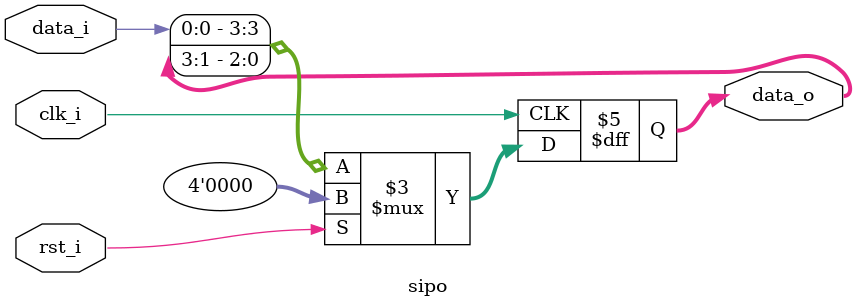
<source format=v>

module sipo(
  input            clk_i , // Clock
  input            rst_i , // Reset
  input            data_i, // Parallel data input
  output reg [3:0] data_o  // Serial data output
);
  
  // Sequential Logic
  always@(posedge clk_i)begin
    if(rst_i)begin
    // Clear on reset
      data_o <= 'h0;
    end else begin
	// Right shift input serial data
      data_o <= {data_i, data_o[3:1]};
    end
  end
  
endmodule
</source>
